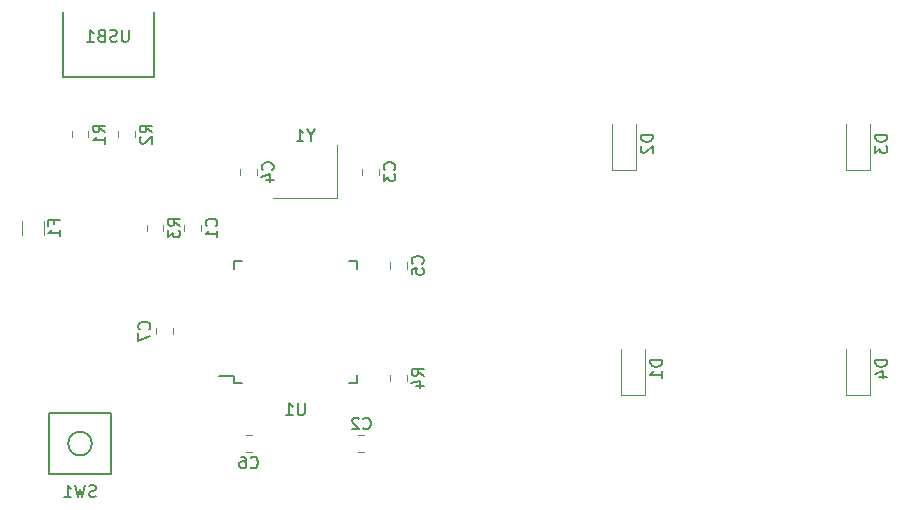
<source format=gbr>
G04 #@! TF.GenerationSoftware,KiCad,Pcbnew,(5.1.4)-1*
G04 #@! TF.CreationDate,2022-03-30T16:45:01-04:00*
G04 #@! TF.ProjectId,ai03-pcb-guide,61693033-2d70-4636-922d-67756964652e,rev?*
G04 #@! TF.SameCoordinates,Original*
G04 #@! TF.FileFunction,Legend,Bot*
G04 #@! TF.FilePolarity,Positive*
%FSLAX46Y46*%
G04 Gerber Fmt 4.6, Leading zero omitted, Abs format (unit mm)*
G04 Created by KiCad (PCBNEW (5.1.4)-1) date 2022-03-30 16:45:01*
%MOMM*%
%LPD*%
G04 APERTURE LIST*
%ADD10C,0.120000*%
%ADD11C,0.150000*%
G04 APERTURE END LIST*
D10*
X70168750Y-88768750D02*
X64768750Y-88768750D01*
X70168750Y-84268750D02*
X70168750Y-88768750D01*
D11*
X46950000Y-73025000D02*
X46950000Y-78475000D01*
X54650000Y-73025000D02*
X54650000Y-78475000D01*
X46950000Y-78475000D02*
X54650000Y-78475000D01*
X61500000Y-103818750D02*
X60225000Y-103818750D01*
X71850000Y-104393750D02*
X71175000Y-104393750D01*
X71850000Y-94043750D02*
X71175000Y-94043750D01*
X61500000Y-94043750D02*
X62175000Y-94043750D01*
X61500000Y-104393750D02*
X62175000Y-104393750D01*
X61500000Y-94043750D02*
X61500000Y-94718750D01*
X71850000Y-94043750D02*
X71850000Y-94718750D01*
X71850000Y-104393750D02*
X71850000Y-103718750D01*
X61500000Y-104393750D02*
X61500000Y-103818750D01*
X51018750Y-106937500D02*
X45818750Y-106937500D01*
X45818750Y-106937500D02*
X45818750Y-112137500D01*
X45818750Y-112137500D02*
X51018750Y-112137500D01*
X51018750Y-112137500D02*
X51018750Y-106937500D01*
X49418750Y-109537500D02*
G75*
G03X49418750Y-109537500I-1000000J0D01*
G01*
D10*
X74696250Y-104239828D02*
X74696250Y-103722672D01*
X76116250Y-104239828D02*
X76116250Y-103722672D01*
X54058750Y-91539828D02*
X54058750Y-91022672D01*
X55478750Y-91539828D02*
X55478750Y-91022672D01*
X51677500Y-83602328D02*
X51677500Y-83085172D01*
X53097500Y-83602328D02*
X53097500Y-83085172D01*
X47708750Y-83602328D02*
X47708750Y-83085172D01*
X49128750Y-83602328D02*
X49128750Y-83085172D01*
X43540000Y-91883314D02*
X43540000Y-90679186D01*
X45360000Y-91883314D02*
X45360000Y-90679186D01*
X115300000Y-105437500D02*
X115300000Y-101537500D01*
X113300000Y-105437500D02*
X113300000Y-101537500D01*
X115300000Y-105437500D02*
X113300000Y-105437500D01*
X115300000Y-86387500D02*
X115300000Y-82487500D01*
X113300000Y-86387500D02*
X113300000Y-82487500D01*
X115300000Y-86387500D02*
X113300000Y-86387500D01*
X95456250Y-86387500D02*
X95456250Y-82487500D01*
X93456250Y-86387500D02*
X93456250Y-82487500D01*
X95456250Y-86387500D02*
X93456250Y-86387500D01*
X96250000Y-105437500D02*
X96250000Y-101537500D01*
X94250000Y-105437500D02*
X94250000Y-101537500D01*
X96250000Y-105437500D02*
X94250000Y-105437500D01*
X56272500Y-99753922D02*
X56272500Y-100271078D01*
X54852500Y-99753922D02*
X54852500Y-100271078D01*
X62447672Y-108827500D02*
X62964828Y-108827500D01*
X62447672Y-110247500D02*
X62964828Y-110247500D01*
X74696250Y-94714828D02*
X74696250Y-94197672D01*
X76116250Y-94714828D02*
X76116250Y-94197672D01*
X61996250Y-86777328D02*
X61996250Y-86260172D01*
X63416250Y-86777328D02*
X63416250Y-86260172D01*
X72315000Y-86777328D02*
X72315000Y-86260172D01*
X73735000Y-86777328D02*
X73735000Y-86260172D01*
X72489828Y-110247500D02*
X71972672Y-110247500D01*
X72489828Y-108827500D02*
X71972672Y-108827500D01*
X57233750Y-91539828D02*
X57233750Y-91022672D01*
X58653750Y-91539828D02*
X58653750Y-91022672D01*
D11*
X67944940Y-83444940D02*
X67944940Y-83921130D01*
X68278273Y-82921130D02*
X67944940Y-83444940D01*
X67611607Y-82921130D01*
X66754464Y-83921130D02*
X67325892Y-83921130D01*
X67040178Y-83921130D02*
X67040178Y-82921130D01*
X67135416Y-83063988D01*
X67230654Y-83159226D01*
X67325892Y-83206845D01*
X52538095Y-74509380D02*
X52538095Y-75318904D01*
X52490476Y-75414142D01*
X52442857Y-75461761D01*
X52347619Y-75509380D01*
X52157142Y-75509380D01*
X52061904Y-75461761D01*
X52014285Y-75414142D01*
X51966666Y-75318904D01*
X51966666Y-74509380D01*
X51538095Y-75461761D02*
X51395238Y-75509380D01*
X51157142Y-75509380D01*
X51061904Y-75461761D01*
X51014285Y-75414142D01*
X50966666Y-75318904D01*
X50966666Y-75223666D01*
X51014285Y-75128428D01*
X51061904Y-75080809D01*
X51157142Y-75033190D01*
X51347619Y-74985571D01*
X51442857Y-74937952D01*
X51490476Y-74890333D01*
X51538095Y-74795095D01*
X51538095Y-74699857D01*
X51490476Y-74604619D01*
X51442857Y-74557000D01*
X51347619Y-74509380D01*
X51109523Y-74509380D01*
X50966666Y-74557000D01*
X50204761Y-74985571D02*
X50061904Y-75033190D01*
X50014285Y-75080809D01*
X49966666Y-75176047D01*
X49966666Y-75318904D01*
X50014285Y-75414142D01*
X50061904Y-75461761D01*
X50157142Y-75509380D01*
X50538095Y-75509380D01*
X50538095Y-74509380D01*
X50204761Y-74509380D01*
X50109523Y-74557000D01*
X50061904Y-74604619D01*
X50014285Y-74699857D01*
X50014285Y-74795095D01*
X50061904Y-74890333D01*
X50109523Y-74937952D01*
X50204761Y-74985571D01*
X50538095Y-74985571D01*
X49014285Y-75509380D02*
X49585714Y-75509380D01*
X49300000Y-75509380D02*
X49300000Y-74509380D01*
X49395238Y-74652238D01*
X49490476Y-74747476D01*
X49585714Y-74795095D01*
X67436904Y-106121130D02*
X67436904Y-106930654D01*
X67389285Y-107025892D01*
X67341666Y-107073511D01*
X67246428Y-107121130D01*
X67055952Y-107121130D01*
X66960714Y-107073511D01*
X66913095Y-107025892D01*
X66865476Y-106930654D01*
X66865476Y-106121130D01*
X65865476Y-107121130D02*
X66436904Y-107121130D01*
X66151190Y-107121130D02*
X66151190Y-106121130D01*
X66246428Y-106263988D01*
X66341666Y-106359226D01*
X66436904Y-106406845D01*
X49752083Y-114006261D02*
X49609226Y-114053880D01*
X49371130Y-114053880D01*
X49275892Y-114006261D01*
X49228273Y-113958642D01*
X49180654Y-113863404D01*
X49180654Y-113768166D01*
X49228273Y-113672928D01*
X49275892Y-113625309D01*
X49371130Y-113577690D01*
X49561607Y-113530071D01*
X49656845Y-113482452D01*
X49704464Y-113434833D01*
X49752083Y-113339595D01*
X49752083Y-113244357D01*
X49704464Y-113149119D01*
X49656845Y-113101500D01*
X49561607Y-113053880D01*
X49323511Y-113053880D01*
X49180654Y-113101500D01*
X48847321Y-113053880D02*
X48609226Y-114053880D01*
X48418750Y-113339595D01*
X48228273Y-114053880D01*
X47990178Y-113053880D01*
X47085416Y-114053880D02*
X47656845Y-114053880D01*
X47371130Y-114053880D02*
X47371130Y-113053880D01*
X47466369Y-113196738D01*
X47561607Y-113291976D01*
X47656845Y-113339595D01*
X77508630Y-103814583D02*
X77032440Y-103481250D01*
X77508630Y-103243154D02*
X76508630Y-103243154D01*
X76508630Y-103624107D01*
X76556250Y-103719345D01*
X76603869Y-103766964D01*
X76699107Y-103814583D01*
X76841964Y-103814583D01*
X76937202Y-103766964D01*
X76984821Y-103719345D01*
X77032440Y-103624107D01*
X77032440Y-103243154D01*
X76841964Y-104671726D02*
X77508630Y-104671726D01*
X76461011Y-104433630D02*
X77175297Y-104195535D01*
X77175297Y-104814583D01*
X56871130Y-91114583D02*
X56394940Y-90781250D01*
X56871130Y-90543154D02*
X55871130Y-90543154D01*
X55871130Y-90924107D01*
X55918750Y-91019345D01*
X55966369Y-91066964D01*
X56061607Y-91114583D01*
X56204464Y-91114583D01*
X56299702Y-91066964D01*
X56347321Y-91019345D01*
X56394940Y-90924107D01*
X56394940Y-90543154D01*
X55871130Y-91447916D02*
X55871130Y-92066964D01*
X56252083Y-91733630D01*
X56252083Y-91876488D01*
X56299702Y-91971726D01*
X56347321Y-92019345D01*
X56442559Y-92066964D01*
X56680654Y-92066964D01*
X56775892Y-92019345D01*
X56823511Y-91971726D01*
X56871130Y-91876488D01*
X56871130Y-91590773D01*
X56823511Y-91495535D01*
X56775892Y-91447916D01*
X54489880Y-83177083D02*
X54013690Y-82843750D01*
X54489880Y-82605654D02*
X53489880Y-82605654D01*
X53489880Y-82986607D01*
X53537500Y-83081845D01*
X53585119Y-83129464D01*
X53680357Y-83177083D01*
X53823214Y-83177083D01*
X53918452Y-83129464D01*
X53966071Y-83081845D01*
X54013690Y-82986607D01*
X54013690Y-82605654D01*
X53585119Y-83558035D02*
X53537500Y-83605654D01*
X53489880Y-83700892D01*
X53489880Y-83938988D01*
X53537500Y-84034226D01*
X53585119Y-84081845D01*
X53680357Y-84129464D01*
X53775595Y-84129464D01*
X53918452Y-84081845D01*
X54489880Y-83510416D01*
X54489880Y-84129464D01*
X50521130Y-83177083D02*
X50044940Y-82843750D01*
X50521130Y-82605654D02*
X49521130Y-82605654D01*
X49521130Y-82986607D01*
X49568750Y-83081845D01*
X49616369Y-83129464D01*
X49711607Y-83177083D01*
X49854464Y-83177083D01*
X49949702Y-83129464D01*
X49997321Y-83081845D01*
X50044940Y-82986607D01*
X50044940Y-82605654D01*
X50521130Y-84129464D02*
X50521130Y-83558035D01*
X50521130Y-83843750D02*
X49521130Y-83843750D01*
X49663988Y-83748511D01*
X49759226Y-83653273D01*
X49806845Y-83558035D01*
X46198571Y-90947916D02*
X46198571Y-90614583D01*
X46722380Y-90614583D02*
X45722380Y-90614583D01*
X45722380Y-91090773D01*
X46722380Y-91995535D02*
X46722380Y-91424107D01*
X46722380Y-91709821D02*
X45722380Y-91709821D01*
X45865238Y-91614583D01*
X45960476Y-91519345D01*
X46008095Y-91424107D01*
X116752380Y-102449404D02*
X115752380Y-102449404D01*
X115752380Y-102687500D01*
X115800000Y-102830357D01*
X115895238Y-102925595D01*
X115990476Y-102973214D01*
X116180952Y-103020833D01*
X116323809Y-103020833D01*
X116514285Y-102973214D01*
X116609523Y-102925595D01*
X116704761Y-102830357D01*
X116752380Y-102687500D01*
X116752380Y-102449404D01*
X116085714Y-103877976D02*
X116752380Y-103877976D01*
X115704761Y-103639880D02*
X116419047Y-103401785D01*
X116419047Y-104020833D01*
X116752380Y-83399404D02*
X115752380Y-83399404D01*
X115752380Y-83637500D01*
X115800000Y-83780357D01*
X115895238Y-83875595D01*
X115990476Y-83923214D01*
X116180952Y-83970833D01*
X116323809Y-83970833D01*
X116514285Y-83923214D01*
X116609523Y-83875595D01*
X116704761Y-83780357D01*
X116752380Y-83637500D01*
X116752380Y-83399404D01*
X115752380Y-84304166D02*
X115752380Y-84923214D01*
X116133333Y-84589880D01*
X116133333Y-84732738D01*
X116180952Y-84827976D01*
X116228571Y-84875595D01*
X116323809Y-84923214D01*
X116561904Y-84923214D01*
X116657142Y-84875595D01*
X116704761Y-84827976D01*
X116752380Y-84732738D01*
X116752380Y-84447023D01*
X116704761Y-84351785D01*
X116657142Y-84304166D01*
X96908630Y-83399404D02*
X95908630Y-83399404D01*
X95908630Y-83637500D01*
X95956250Y-83780357D01*
X96051488Y-83875595D01*
X96146726Y-83923214D01*
X96337202Y-83970833D01*
X96480059Y-83970833D01*
X96670535Y-83923214D01*
X96765773Y-83875595D01*
X96861011Y-83780357D01*
X96908630Y-83637500D01*
X96908630Y-83399404D01*
X96003869Y-84351785D02*
X95956250Y-84399404D01*
X95908630Y-84494642D01*
X95908630Y-84732738D01*
X95956250Y-84827976D01*
X96003869Y-84875595D01*
X96099107Y-84923214D01*
X96194345Y-84923214D01*
X96337202Y-84875595D01*
X96908630Y-84304166D01*
X96908630Y-84923214D01*
X97702380Y-102449404D02*
X96702380Y-102449404D01*
X96702380Y-102687500D01*
X96750000Y-102830357D01*
X96845238Y-102925595D01*
X96940476Y-102973214D01*
X97130952Y-103020833D01*
X97273809Y-103020833D01*
X97464285Y-102973214D01*
X97559523Y-102925595D01*
X97654761Y-102830357D01*
X97702380Y-102687500D01*
X97702380Y-102449404D01*
X97702380Y-103973214D02*
X97702380Y-103401785D01*
X97702380Y-103687500D02*
X96702380Y-103687500D01*
X96845238Y-103592261D01*
X96940476Y-103497023D01*
X96988095Y-103401785D01*
X54269642Y-99845833D02*
X54317261Y-99798214D01*
X54364880Y-99655357D01*
X54364880Y-99560119D01*
X54317261Y-99417261D01*
X54222023Y-99322023D01*
X54126785Y-99274404D01*
X53936309Y-99226785D01*
X53793452Y-99226785D01*
X53602976Y-99274404D01*
X53507738Y-99322023D01*
X53412500Y-99417261D01*
X53364880Y-99560119D01*
X53364880Y-99655357D01*
X53412500Y-99798214D01*
X53460119Y-99845833D01*
X53364880Y-100179166D02*
X53364880Y-100845833D01*
X54364880Y-100417261D01*
X62872916Y-111544642D02*
X62920535Y-111592261D01*
X63063392Y-111639880D01*
X63158630Y-111639880D01*
X63301488Y-111592261D01*
X63396726Y-111497023D01*
X63444345Y-111401785D01*
X63491964Y-111211309D01*
X63491964Y-111068452D01*
X63444345Y-110877976D01*
X63396726Y-110782738D01*
X63301488Y-110687500D01*
X63158630Y-110639880D01*
X63063392Y-110639880D01*
X62920535Y-110687500D01*
X62872916Y-110735119D01*
X62015773Y-110639880D02*
X62206250Y-110639880D01*
X62301488Y-110687500D01*
X62349107Y-110735119D01*
X62444345Y-110877976D01*
X62491964Y-111068452D01*
X62491964Y-111449404D01*
X62444345Y-111544642D01*
X62396726Y-111592261D01*
X62301488Y-111639880D01*
X62111011Y-111639880D01*
X62015773Y-111592261D01*
X61968154Y-111544642D01*
X61920535Y-111449404D01*
X61920535Y-111211309D01*
X61968154Y-111116071D01*
X62015773Y-111068452D01*
X62111011Y-111020833D01*
X62301488Y-111020833D01*
X62396726Y-111068452D01*
X62444345Y-111116071D01*
X62491964Y-111211309D01*
X77413392Y-94289583D02*
X77461011Y-94241964D01*
X77508630Y-94099107D01*
X77508630Y-94003869D01*
X77461011Y-93861011D01*
X77365773Y-93765773D01*
X77270535Y-93718154D01*
X77080059Y-93670535D01*
X76937202Y-93670535D01*
X76746726Y-93718154D01*
X76651488Y-93765773D01*
X76556250Y-93861011D01*
X76508630Y-94003869D01*
X76508630Y-94099107D01*
X76556250Y-94241964D01*
X76603869Y-94289583D01*
X76508630Y-95194345D02*
X76508630Y-94718154D01*
X76984821Y-94670535D01*
X76937202Y-94718154D01*
X76889583Y-94813392D01*
X76889583Y-95051488D01*
X76937202Y-95146726D01*
X76984821Y-95194345D01*
X77080059Y-95241964D01*
X77318154Y-95241964D01*
X77413392Y-95194345D01*
X77461011Y-95146726D01*
X77508630Y-95051488D01*
X77508630Y-94813392D01*
X77461011Y-94718154D01*
X77413392Y-94670535D01*
X64713392Y-86352083D02*
X64761011Y-86304464D01*
X64808630Y-86161607D01*
X64808630Y-86066369D01*
X64761011Y-85923511D01*
X64665773Y-85828273D01*
X64570535Y-85780654D01*
X64380059Y-85733035D01*
X64237202Y-85733035D01*
X64046726Y-85780654D01*
X63951488Y-85828273D01*
X63856250Y-85923511D01*
X63808630Y-86066369D01*
X63808630Y-86161607D01*
X63856250Y-86304464D01*
X63903869Y-86352083D01*
X64141964Y-87209226D02*
X64808630Y-87209226D01*
X63761011Y-86971130D02*
X64475297Y-86733035D01*
X64475297Y-87352083D01*
X75032142Y-86352083D02*
X75079761Y-86304464D01*
X75127380Y-86161607D01*
X75127380Y-86066369D01*
X75079761Y-85923511D01*
X74984523Y-85828273D01*
X74889285Y-85780654D01*
X74698809Y-85733035D01*
X74555952Y-85733035D01*
X74365476Y-85780654D01*
X74270238Y-85828273D01*
X74175000Y-85923511D01*
X74127380Y-86066369D01*
X74127380Y-86161607D01*
X74175000Y-86304464D01*
X74222619Y-86352083D01*
X74127380Y-86685416D02*
X74127380Y-87304464D01*
X74508333Y-86971130D01*
X74508333Y-87113988D01*
X74555952Y-87209226D01*
X74603571Y-87256845D01*
X74698809Y-87304464D01*
X74936904Y-87304464D01*
X75032142Y-87256845D01*
X75079761Y-87209226D01*
X75127380Y-87113988D01*
X75127380Y-86828273D01*
X75079761Y-86733035D01*
X75032142Y-86685416D01*
X72397916Y-108244642D02*
X72445535Y-108292261D01*
X72588392Y-108339880D01*
X72683630Y-108339880D01*
X72826488Y-108292261D01*
X72921726Y-108197023D01*
X72969345Y-108101785D01*
X73016964Y-107911309D01*
X73016964Y-107768452D01*
X72969345Y-107577976D01*
X72921726Y-107482738D01*
X72826488Y-107387500D01*
X72683630Y-107339880D01*
X72588392Y-107339880D01*
X72445535Y-107387500D01*
X72397916Y-107435119D01*
X72016964Y-107435119D02*
X71969345Y-107387500D01*
X71874107Y-107339880D01*
X71636011Y-107339880D01*
X71540773Y-107387500D01*
X71493154Y-107435119D01*
X71445535Y-107530357D01*
X71445535Y-107625595D01*
X71493154Y-107768452D01*
X72064583Y-108339880D01*
X71445535Y-108339880D01*
X59950892Y-91114583D02*
X59998511Y-91066964D01*
X60046130Y-90924107D01*
X60046130Y-90828869D01*
X59998511Y-90686011D01*
X59903273Y-90590773D01*
X59808035Y-90543154D01*
X59617559Y-90495535D01*
X59474702Y-90495535D01*
X59284226Y-90543154D01*
X59188988Y-90590773D01*
X59093750Y-90686011D01*
X59046130Y-90828869D01*
X59046130Y-90924107D01*
X59093750Y-91066964D01*
X59141369Y-91114583D01*
X60046130Y-92066964D02*
X60046130Y-91495535D01*
X60046130Y-91781250D02*
X59046130Y-91781250D01*
X59188988Y-91686011D01*
X59284226Y-91590773D01*
X59331845Y-91495535D01*
M02*

</source>
